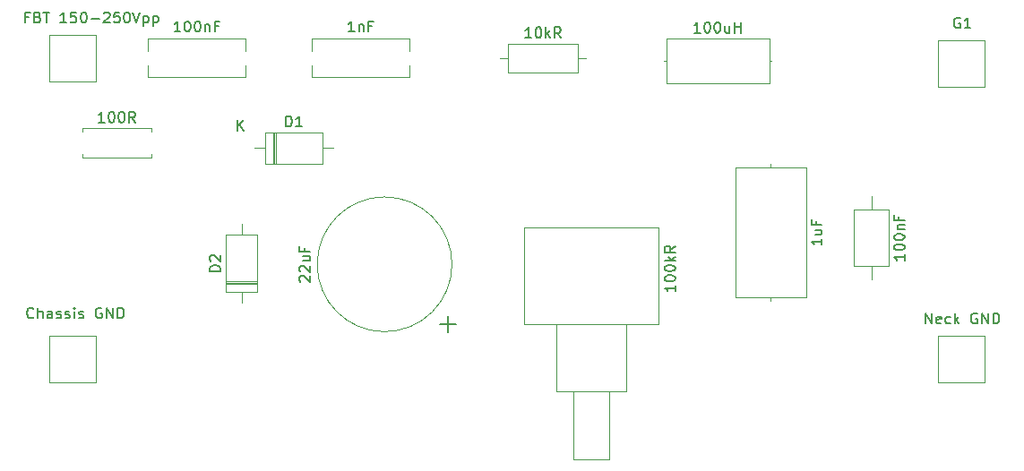
<source format=gbr>
%TF.GenerationSoftware,KiCad,Pcbnew,8.0.3*%
%TF.CreationDate,2024-10-19T22:35:31-05:00*%
%TF.ProjectId,G1 RGB Mod Board,47312052-4742-4204-9d6f-6420426f6172,rev?*%
%TF.SameCoordinates,Original*%
%TF.FileFunction,Legend,Top*%
%TF.FilePolarity,Positive*%
%FSLAX46Y46*%
G04 Gerber Fmt 4.6, Leading zero omitted, Abs format (unit mm)*
G04 Created by KiCad (PCBNEW 8.0.3) date 2024-10-19 22:35:31*
%MOMM*%
%LPD*%
G01*
G04 APERTURE LIST*
%ADD10C,0.150000*%
%ADD11C,0.120000*%
G04 APERTURE END LIST*
D10*
X52479533Y-42925904D02*
X52479533Y-41402095D01*
X53241438Y-42163999D02*
X51717628Y-42163999D01*
X37181905Y-23484819D02*
X37181905Y-22484819D01*
X37181905Y-22484819D02*
X37420000Y-22484819D01*
X37420000Y-22484819D02*
X37562857Y-22532438D01*
X37562857Y-22532438D02*
X37658095Y-22627676D01*
X37658095Y-22627676D02*
X37705714Y-22722914D01*
X37705714Y-22722914D02*
X37753333Y-22913390D01*
X37753333Y-22913390D02*
X37753333Y-23056247D01*
X37753333Y-23056247D02*
X37705714Y-23246723D01*
X37705714Y-23246723D02*
X37658095Y-23341961D01*
X37658095Y-23341961D02*
X37562857Y-23437200D01*
X37562857Y-23437200D02*
X37420000Y-23484819D01*
X37420000Y-23484819D02*
X37181905Y-23484819D01*
X38705714Y-23484819D02*
X38134286Y-23484819D01*
X38420000Y-23484819D02*
X38420000Y-22484819D01*
X38420000Y-22484819D02*
X38324762Y-22627676D01*
X38324762Y-22627676D02*
X38229524Y-22722914D01*
X38229524Y-22722914D02*
X38134286Y-22770533D01*
X32578095Y-23854819D02*
X32578095Y-22854819D01*
X33149523Y-23854819D02*
X32720952Y-23283390D01*
X33149523Y-22854819D02*
X32578095Y-23426247D01*
X30984819Y-37158094D02*
X29984819Y-37158094D01*
X29984819Y-37158094D02*
X29984819Y-36919999D01*
X29984819Y-36919999D02*
X30032438Y-36777142D01*
X30032438Y-36777142D02*
X30127676Y-36681904D01*
X30127676Y-36681904D02*
X30222914Y-36634285D01*
X30222914Y-36634285D02*
X30413390Y-36586666D01*
X30413390Y-36586666D02*
X30556247Y-36586666D01*
X30556247Y-36586666D02*
X30746723Y-36634285D01*
X30746723Y-36634285D02*
X30841961Y-36681904D01*
X30841961Y-36681904D02*
X30937200Y-36777142D01*
X30937200Y-36777142D02*
X30984819Y-36919999D01*
X30984819Y-36919999D02*
X30984819Y-37158094D01*
X30080057Y-36205713D02*
X30032438Y-36158094D01*
X30032438Y-36158094D02*
X29984819Y-36062856D01*
X29984819Y-36062856D02*
X29984819Y-35824761D01*
X29984819Y-35824761D02*
X30032438Y-35729523D01*
X30032438Y-35729523D02*
X30080057Y-35681904D01*
X30080057Y-35681904D02*
X30175295Y-35634285D01*
X30175295Y-35634285D02*
X30270533Y-35634285D01*
X30270533Y-35634285D02*
X30413390Y-35681904D01*
X30413390Y-35681904D02*
X30984819Y-36253332D01*
X30984819Y-36253332D02*
X30984819Y-35634285D01*
X97639619Y-42110819D02*
X97639619Y-41110819D01*
X97639619Y-41110819D02*
X98211047Y-42110819D01*
X98211047Y-42110819D02*
X98211047Y-41110819D01*
X99068190Y-42063200D02*
X98972952Y-42110819D01*
X98972952Y-42110819D02*
X98782476Y-42110819D01*
X98782476Y-42110819D02*
X98687238Y-42063200D01*
X98687238Y-42063200D02*
X98639619Y-41967961D01*
X98639619Y-41967961D02*
X98639619Y-41587009D01*
X98639619Y-41587009D02*
X98687238Y-41491771D01*
X98687238Y-41491771D02*
X98782476Y-41444152D01*
X98782476Y-41444152D02*
X98972952Y-41444152D01*
X98972952Y-41444152D02*
X99068190Y-41491771D01*
X99068190Y-41491771D02*
X99115809Y-41587009D01*
X99115809Y-41587009D02*
X99115809Y-41682247D01*
X99115809Y-41682247D02*
X98639619Y-41777485D01*
X99972952Y-42063200D02*
X99877714Y-42110819D01*
X99877714Y-42110819D02*
X99687238Y-42110819D01*
X99687238Y-42110819D02*
X99592000Y-42063200D01*
X99592000Y-42063200D02*
X99544381Y-42015580D01*
X99544381Y-42015580D02*
X99496762Y-41920342D01*
X99496762Y-41920342D02*
X99496762Y-41634628D01*
X99496762Y-41634628D02*
X99544381Y-41539390D01*
X99544381Y-41539390D02*
X99592000Y-41491771D01*
X99592000Y-41491771D02*
X99687238Y-41444152D01*
X99687238Y-41444152D02*
X99877714Y-41444152D01*
X99877714Y-41444152D02*
X99972952Y-41491771D01*
X100401524Y-42110819D02*
X100401524Y-41110819D01*
X100496762Y-41729866D02*
X100782476Y-42110819D01*
X100782476Y-41444152D02*
X100401524Y-41825104D01*
X102496762Y-41158438D02*
X102401524Y-41110819D01*
X102401524Y-41110819D02*
X102258667Y-41110819D01*
X102258667Y-41110819D02*
X102115810Y-41158438D01*
X102115810Y-41158438D02*
X102020572Y-41253676D01*
X102020572Y-41253676D02*
X101972953Y-41348914D01*
X101972953Y-41348914D02*
X101925334Y-41539390D01*
X101925334Y-41539390D02*
X101925334Y-41682247D01*
X101925334Y-41682247D02*
X101972953Y-41872723D01*
X101972953Y-41872723D02*
X102020572Y-41967961D01*
X102020572Y-41967961D02*
X102115810Y-42063200D01*
X102115810Y-42063200D02*
X102258667Y-42110819D01*
X102258667Y-42110819D02*
X102353905Y-42110819D01*
X102353905Y-42110819D02*
X102496762Y-42063200D01*
X102496762Y-42063200D02*
X102544381Y-42015580D01*
X102544381Y-42015580D02*
X102544381Y-41682247D01*
X102544381Y-41682247D02*
X102353905Y-41682247D01*
X102972953Y-42110819D02*
X102972953Y-41110819D01*
X102972953Y-41110819D02*
X103544381Y-42110819D01*
X103544381Y-42110819D02*
X103544381Y-41110819D01*
X104020572Y-42110819D02*
X104020572Y-41110819D01*
X104020572Y-41110819D02*
X104258667Y-41110819D01*
X104258667Y-41110819D02*
X104401524Y-41158438D01*
X104401524Y-41158438D02*
X104496762Y-41253676D01*
X104496762Y-41253676D02*
X104544381Y-41348914D01*
X104544381Y-41348914D02*
X104592000Y-41539390D01*
X104592000Y-41539390D02*
X104592000Y-41682247D01*
X104592000Y-41682247D02*
X104544381Y-41872723D01*
X104544381Y-41872723D02*
X104496762Y-41967961D01*
X104496762Y-41967961D02*
X104401524Y-42063200D01*
X104401524Y-42063200D02*
X104258667Y-42110819D01*
X104258667Y-42110819D02*
X104020572Y-42110819D01*
X100877714Y-13218438D02*
X100782476Y-13170819D01*
X100782476Y-13170819D02*
X100639619Y-13170819D01*
X100639619Y-13170819D02*
X100496762Y-13218438D01*
X100496762Y-13218438D02*
X100401524Y-13313676D01*
X100401524Y-13313676D02*
X100353905Y-13408914D01*
X100353905Y-13408914D02*
X100306286Y-13599390D01*
X100306286Y-13599390D02*
X100306286Y-13742247D01*
X100306286Y-13742247D02*
X100353905Y-13932723D01*
X100353905Y-13932723D02*
X100401524Y-14027961D01*
X100401524Y-14027961D02*
X100496762Y-14123200D01*
X100496762Y-14123200D02*
X100639619Y-14170819D01*
X100639619Y-14170819D02*
X100734857Y-14170819D01*
X100734857Y-14170819D02*
X100877714Y-14123200D01*
X100877714Y-14123200D02*
X100925333Y-14075580D01*
X100925333Y-14075580D02*
X100925333Y-13742247D01*
X100925333Y-13742247D02*
X100734857Y-13742247D01*
X101877714Y-14170819D02*
X101306286Y-14170819D01*
X101592000Y-14170819D02*
X101592000Y-13170819D01*
X101592000Y-13170819D02*
X101496762Y-13313676D01*
X101496762Y-13313676D02*
X101401524Y-13408914D01*
X101401524Y-13408914D02*
X101306286Y-13456533D01*
X13319618Y-41507580D02*
X13271999Y-41555200D01*
X13271999Y-41555200D02*
X13129142Y-41602819D01*
X13129142Y-41602819D02*
X13033904Y-41602819D01*
X13033904Y-41602819D02*
X12891047Y-41555200D01*
X12891047Y-41555200D02*
X12795809Y-41459961D01*
X12795809Y-41459961D02*
X12748190Y-41364723D01*
X12748190Y-41364723D02*
X12700571Y-41174247D01*
X12700571Y-41174247D02*
X12700571Y-41031390D01*
X12700571Y-41031390D02*
X12748190Y-40840914D01*
X12748190Y-40840914D02*
X12795809Y-40745676D01*
X12795809Y-40745676D02*
X12891047Y-40650438D01*
X12891047Y-40650438D02*
X13033904Y-40602819D01*
X13033904Y-40602819D02*
X13129142Y-40602819D01*
X13129142Y-40602819D02*
X13271999Y-40650438D01*
X13271999Y-40650438D02*
X13319618Y-40698057D01*
X13748190Y-41602819D02*
X13748190Y-40602819D01*
X14176761Y-41602819D02*
X14176761Y-41079009D01*
X14176761Y-41079009D02*
X14129142Y-40983771D01*
X14129142Y-40983771D02*
X14033904Y-40936152D01*
X14033904Y-40936152D02*
X13891047Y-40936152D01*
X13891047Y-40936152D02*
X13795809Y-40983771D01*
X13795809Y-40983771D02*
X13748190Y-41031390D01*
X15081523Y-41602819D02*
X15081523Y-41079009D01*
X15081523Y-41079009D02*
X15033904Y-40983771D01*
X15033904Y-40983771D02*
X14938666Y-40936152D01*
X14938666Y-40936152D02*
X14748190Y-40936152D01*
X14748190Y-40936152D02*
X14652952Y-40983771D01*
X15081523Y-41555200D02*
X14986285Y-41602819D01*
X14986285Y-41602819D02*
X14748190Y-41602819D01*
X14748190Y-41602819D02*
X14652952Y-41555200D01*
X14652952Y-41555200D02*
X14605333Y-41459961D01*
X14605333Y-41459961D02*
X14605333Y-41364723D01*
X14605333Y-41364723D02*
X14652952Y-41269485D01*
X14652952Y-41269485D02*
X14748190Y-41221866D01*
X14748190Y-41221866D02*
X14986285Y-41221866D01*
X14986285Y-41221866D02*
X15081523Y-41174247D01*
X15510095Y-41555200D02*
X15605333Y-41602819D01*
X15605333Y-41602819D02*
X15795809Y-41602819D01*
X15795809Y-41602819D02*
X15891047Y-41555200D01*
X15891047Y-41555200D02*
X15938666Y-41459961D01*
X15938666Y-41459961D02*
X15938666Y-41412342D01*
X15938666Y-41412342D02*
X15891047Y-41317104D01*
X15891047Y-41317104D02*
X15795809Y-41269485D01*
X15795809Y-41269485D02*
X15652952Y-41269485D01*
X15652952Y-41269485D02*
X15557714Y-41221866D01*
X15557714Y-41221866D02*
X15510095Y-41126628D01*
X15510095Y-41126628D02*
X15510095Y-41079009D01*
X15510095Y-41079009D02*
X15557714Y-40983771D01*
X15557714Y-40983771D02*
X15652952Y-40936152D01*
X15652952Y-40936152D02*
X15795809Y-40936152D01*
X15795809Y-40936152D02*
X15891047Y-40983771D01*
X16319619Y-41555200D02*
X16414857Y-41602819D01*
X16414857Y-41602819D02*
X16605333Y-41602819D01*
X16605333Y-41602819D02*
X16700571Y-41555200D01*
X16700571Y-41555200D02*
X16748190Y-41459961D01*
X16748190Y-41459961D02*
X16748190Y-41412342D01*
X16748190Y-41412342D02*
X16700571Y-41317104D01*
X16700571Y-41317104D02*
X16605333Y-41269485D01*
X16605333Y-41269485D02*
X16462476Y-41269485D01*
X16462476Y-41269485D02*
X16367238Y-41221866D01*
X16367238Y-41221866D02*
X16319619Y-41126628D01*
X16319619Y-41126628D02*
X16319619Y-41079009D01*
X16319619Y-41079009D02*
X16367238Y-40983771D01*
X16367238Y-40983771D02*
X16462476Y-40936152D01*
X16462476Y-40936152D02*
X16605333Y-40936152D01*
X16605333Y-40936152D02*
X16700571Y-40983771D01*
X17176762Y-41602819D02*
X17176762Y-40936152D01*
X17176762Y-40602819D02*
X17129143Y-40650438D01*
X17129143Y-40650438D02*
X17176762Y-40698057D01*
X17176762Y-40698057D02*
X17224381Y-40650438D01*
X17224381Y-40650438D02*
X17176762Y-40602819D01*
X17176762Y-40602819D02*
X17176762Y-40698057D01*
X17605333Y-41555200D02*
X17700571Y-41602819D01*
X17700571Y-41602819D02*
X17891047Y-41602819D01*
X17891047Y-41602819D02*
X17986285Y-41555200D01*
X17986285Y-41555200D02*
X18033904Y-41459961D01*
X18033904Y-41459961D02*
X18033904Y-41412342D01*
X18033904Y-41412342D02*
X17986285Y-41317104D01*
X17986285Y-41317104D02*
X17891047Y-41269485D01*
X17891047Y-41269485D02*
X17748190Y-41269485D01*
X17748190Y-41269485D02*
X17652952Y-41221866D01*
X17652952Y-41221866D02*
X17605333Y-41126628D01*
X17605333Y-41126628D02*
X17605333Y-41079009D01*
X17605333Y-41079009D02*
X17652952Y-40983771D01*
X17652952Y-40983771D02*
X17748190Y-40936152D01*
X17748190Y-40936152D02*
X17891047Y-40936152D01*
X17891047Y-40936152D02*
X17986285Y-40983771D01*
X19748190Y-40650438D02*
X19652952Y-40602819D01*
X19652952Y-40602819D02*
X19510095Y-40602819D01*
X19510095Y-40602819D02*
X19367238Y-40650438D01*
X19367238Y-40650438D02*
X19272000Y-40745676D01*
X19272000Y-40745676D02*
X19224381Y-40840914D01*
X19224381Y-40840914D02*
X19176762Y-41031390D01*
X19176762Y-41031390D02*
X19176762Y-41174247D01*
X19176762Y-41174247D02*
X19224381Y-41364723D01*
X19224381Y-41364723D02*
X19272000Y-41459961D01*
X19272000Y-41459961D02*
X19367238Y-41555200D01*
X19367238Y-41555200D02*
X19510095Y-41602819D01*
X19510095Y-41602819D02*
X19605333Y-41602819D01*
X19605333Y-41602819D02*
X19748190Y-41555200D01*
X19748190Y-41555200D02*
X19795809Y-41507580D01*
X19795809Y-41507580D02*
X19795809Y-41174247D01*
X19795809Y-41174247D02*
X19605333Y-41174247D01*
X20224381Y-41602819D02*
X20224381Y-40602819D01*
X20224381Y-40602819D02*
X20795809Y-41602819D01*
X20795809Y-41602819D02*
X20795809Y-40602819D01*
X21272000Y-41602819D02*
X21272000Y-40602819D01*
X21272000Y-40602819D02*
X21510095Y-40602819D01*
X21510095Y-40602819D02*
X21652952Y-40650438D01*
X21652952Y-40650438D02*
X21748190Y-40745676D01*
X21748190Y-40745676D02*
X21795809Y-40840914D01*
X21795809Y-40840914D02*
X21843428Y-41031390D01*
X21843428Y-41031390D02*
X21843428Y-41174247D01*
X21843428Y-41174247D02*
X21795809Y-41364723D01*
X21795809Y-41364723D02*
X21748190Y-41459961D01*
X21748190Y-41459961D02*
X21652952Y-41555200D01*
X21652952Y-41555200D02*
X21510095Y-41602819D01*
X21510095Y-41602819D02*
X21272000Y-41602819D01*
X12867428Y-13139009D02*
X12534095Y-13139009D01*
X12534095Y-13662819D02*
X12534095Y-12662819D01*
X12534095Y-12662819D02*
X13010285Y-12662819D01*
X13724571Y-13139009D02*
X13867428Y-13186628D01*
X13867428Y-13186628D02*
X13915047Y-13234247D01*
X13915047Y-13234247D02*
X13962666Y-13329485D01*
X13962666Y-13329485D02*
X13962666Y-13472342D01*
X13962666Y-13472342D02*
X13915047Y-13567580D01*
X13915047Y-13567580D02*
X13867428Y-13615200D01*
X13867428Y-13615200D02*
X13772190Y-13662819D01*
X13772190Y-13662819D02*
X13391238Y-13662819D01*
X13391238Y-13662819D02*
X13391238Y-12662819D01*
X13391238Y-12662819D02*
X13724571Y-12662819D01*
X13724571Y-12662819D02*
X13819809Y-12710438D01*
X13819809Y-12710438D02*
X13867428Y-12758057D01*
X13867428Y-12758057D02*
X13915047Y-12853295D01*
X13915047Y-12853295D02*
X13915047Y-12948533D01*
X13915047Y-12948533D02*
X13867428Y-13043771D01*
X13867428Y-13043771D02*
X13819809Y-13091390D01*
X13819809Y-13091390D02*
X13724571Y-13139009D01*
X13724571Y-13139009D02*
X13391238Y-13139009D01*
X14248381Y-12662819D02*
X14819809Y-12662819D01*
X14534095Y-13662819D02*
X14534095Y-12662819D01*
X16438857Y-13662819D02*
X15867429Y-13662819D01*
X16153143Y-13662819D02*
X16153143Y-12662819D01*
X16153143Y-12662819D02*
X16057905Y-12805676D01*
X16057905Y-12805676D02*
X15962667Y-12900914D01*
X15962667Y-12900914D02*
X15867429Y-12948533D01*
X17343619Y-12662819D02*
X16867429Y-12662819D01*
X16867429Y-12662819D02*
X16819810Y-13139009D01*
X16819810Y-13139009D02*
X16867429Y-13091390D01*
X16867429Y-13091390D02*
X16962667Y-13043771D01*
X16962667Y-13043771D02*
X17200762Y-13043771D01*
X17200762Y-13043771D02*
X17296000Y-13091390D01*
X17296000Y-13091390D02*
X17343619Y-13139009D01*
X17343619Y-13139009D02*
X17391238Y-13234247D01*
X17391238Y-13234247D02*
X17391238Y-13472342D01*
X17391238Y-13472342D02*
X17343619Y-13567580D01*
X17343619Y-13567580D02*
X17296000Y-13615200D01*
X17296000Y-13615200D02*
X17200762Y-13662819D01*
X17200762Y-13662819D02*
X16962667Y-13662819D01*
X16962667Y-13662819D02*
X16867429Y-13615200D01*
X16867429Y-13615200D02*
X16819810Y-13567580D01*
X18010286Y-12662819D02*
X18105524Y-12662819D01*
X18105524Y-12662819D02*
X18200762Y-12710438D01*
X18200762Y-12710438D02*
X18248381Y-12758057D01*
X18248381Y-12758057D02*
X18296000Y-12853295D01*
X18296000Y-12853295D02*
X18343619Y-13043771D01*
X18343619Y-13043771D02*
X18343619Y-13281866D01*
X18343619Y-13281866D02*
X18296000Y-13472342D01*
X18296000Y-13472342D02*
X18248381Y-13567580D01*
X18248381Y-13567580D02*
X18200762Y-13615200D01*
X18200762Y-13615200D02*
X18105524Y-13662819D01*
X18105524Y-13662819D02*
X18010286Y-13662819D01*
X18010286Y-13662819D02*
X17915048Y-13615200D01*
X17915048Y-13615200D02*
X17867429Y-13567580D01*
X17867429Y-13567580D02*
X17819810Y-13472342D01*
X17819810Y-13472342D02*
X17772191Y-13281866D01*
X17772191Y-13281866D02*
X17772191Y-13043771D01*
X17772191Y-13043771D02*
X17819810Y-12853295D01*
X17819810Y-12853295D02*
X17867429Y-12758057D01*
X17867429Y-12758057D02*
X17915048Y-12710438D01*
X17915048Y-12710438D02*
X18010286Y-12662819D01*
X18772191Y-13281866D02*
X19534096Y-13281866D01*
X19962667Y-12758057D02*
X20010286Y-12710438D01*
X20010286Y-12710438D02*
X20105524Y-12662819D01*
X20105524Y-12662819D02*
X20343619Y-12662819D01*
X20343619Y-12662819D02*
X20438857Y-12710438D01*
X20438857Y-12710438D02*
X20486476Y-12758057D01*
X20486476Y-12758057D02*
X20534095Y-12853295D01*
X20534095Y-12853295D02*
X20534095Y-12948533D01*
X20534095Y-12948533D02*
X20486476Y-13091390D01*
X20486476Y-13091390D02*
X19915048Y-13662819D01*
X19915048Y-13662819D02*
X20534095Y-13662819D01*
X21438857Y-12662819D02*
X20962667Y-12662819D01*
X20962667Y-12662819D02*
X20915048Y-13139009D01*
X20915048Y-13139009D02*
X20962667Y-13091390D01*
X20962667Y-13091390D02*
X21057905Y-13043771D01*
X21057905Y-13043771D02*
X21296000Y-13043771D01*
X21296000Y-13043771D02*
X21391238Y-13091390D01*
X21391238Y-13091390D02*
X21438857Y-13139009D01*
X21438857Y-13139009D02*
X21486476Y-13234247D01*
X21486476Y-13234247D02*
X21486476Y-13472342D01*
X21486476Y-13472342D02*
X21438857Y-13567580D01*
X21438857Y-13567580D02*
X21391238Y-13615200D01*
X21391238Y-13615200D02*
X21296000Y-13662819D01*
X21296000Y-13662819D02*
X21057905Y-13662819D01*
X21057905Y-13662819D02*
X20962667Y-13615200D01*
X20962667Y-13615200D02*
X20915048Y-13567580D01*
X22105524Y-12662819D02*
X22200762Y-12662819D01*
X22200762Y-12662819D02*
X22296000Y-12710438D01*
X22296000Y-12710438D02*
X22343619Y-12758057D01*
X22343619Y-12758057D02*
X22391238Y-12853295D01*
X22391238Y-12853295D02*
X22438857Y-13043771D01*
X22438857Y-13043771D02*
X22438857Y-13281866D01*
X22438857Y-13281866D02*
X22391238Y-13472342D01*
X22391238Y-13472342D02*
X22343619Y-13567580D01*
X22343619Y-13567580D02*
X22296000Y-13615200D01*
X22296000Y-13615200D02*
X22200762Y-13662819D01*
X22200762Y-13662819D02*
X22105524Y-13662819D01*
X22105524Y-13662819D02*
X22010286Y-13615200D01*
X22010286Y-13615200D02*
X21962667Y-13567580D01*
X21962667Y-13567580D02*
X21915048Y-13472342D01*
X21915048Y-13472342D02*
X21867429Y-13281866D01*
X21867429Y-13281866D02*
X21867429Y-13043771D01*
X21867429Y-13043771D02*
X21915048Y-12853295D01*
X21915048Y-12853295D02*
X21962667Y-12758057D01*
X21962667Y-12758057D02*
X22010286Y-12710438D01*
X22010286Y-12710438D02*
X22105524Y-12662819D01*
X22724572Y-12662819D02*
X23057905Y-13662819D01*
X23057905Y-13662819D02*
X23391238Y-12662819D01*
X23724572Y-12996152D02*
X23724572Y-13996152D01*
X23724572Y-13043771D02*
X23819810Y-12996152D01*
X23819810Y-12996152D02*
X24010286Y-12996152D01*
X24010286Y-12996152D02*
X24105524Y-13043771D01*
X24105524Y-13043771D02*
X24153143Y-13091390D01*
X24153143Y-13091390D02*
X24200762Y-13186628D01*
X24200762Y-13186628D02*
X24200762Y-13472342D01*
X24200762Y-13472342D02*
X24153143Y-13567580D01*
X24153143Y-13567580D02*
X24105524Y-13615200D01*
X24105524Y-13615200D02*
X24010286Y-13662819D01*
X24010286Y-13662819D02*
X23819810Y-13662819D01*
X23819810Y-13662819D02*
X23724572Y-13615200D01*
X24629334Y-12996152D02*
X24629334Y-13996152D01*
X24629334Y-13043771D02*
X24724572Y-12996152D01*
X24724572Y-12996152D02*
X24915048Y-12996152D01*
X24915048Y-12996152D02*
X25010286Y-13043771D01*
X25010286Y-13043771D02*
X25057905Y-13091390D01*
X25057905Y-13091390D02*
X25105524Y-13186628D01*
X25105524Y-13186628D02*
X25105524Y-13472342D01*
X25105524Y-13472342D02*
X25057905Y-13567580D01*
X25057905Y-13567580D02*
X25010286Y-13615200D01*
X25010286Y-13615200D02*
X24915048Y-13662819D01*
X24915048Y-13662819D02*
X24724572Y-13662819D01*
X24724572Y-13662819D02*
X24629334Y-13615200D01*
X60372761Y-15084819D02*
X59801333Y-15084819D01*
X60087047Y-15084819D02*
X60087047Y-14084819D01*
X60087047Y-14084819D02*
X59991809Y-14227676D01*
X59991809Y-14227676D02*
X59896571Y-14322914D01*
X59896571Y-14322914D02*
X59801333Y-14370533D01*
X60991809Y-14084819D02*
X61087047Y-14084819D01*
X61087047Y-14084819D02*
X61182285Y-14132438D01*
X61182285Y-14132438D02*
X61229904Y-14180057D01*
X61229904Y-14180057D02*
X61277523Y-14275295D01*
X61277523Y-14275295D02*
X61325142Y-14465771D01*
X61325142Y-14465771D02*
X61325142Y-14703866D01*
X61325142Y-14703866D02*
X61277523Y-14894342D01*
X61277523Y-14894342D02*
X61229904Y-14989580D01*
X61229904Y-14989580D02*
X61182285Y-15037200D01*
X61182285Y-15037200D02*
X61087047Y-15084819D01*
X61087047Y-15084819D02*
X60991809Y-15084819D01*
X60991809Y-15084819D02*
X60896571Y-15037200D01*
X60896571Y-15037200D02*
X60848952Y-14989580D01*
X60848952Y-14989580D02*
X60801333Y-14894342D01*
X60801333Y-14894342D02*
X60753714Y-14703866D01*
X60753714Y-14703866D02*
X60753714Y-14465771D01*
X60753714Y-14465771D02*
X60801333Y-14275295D01*
X60801333Y-14275295D02*
X60848952Y-14180057D01*
X60848952Y-14180057D02*
X60896571Y-14132438D01*
X60896571Y-14132438D02*
X60991809Y-14084819D01*
X61753714Y-15084819D02*
X61753714Y-14084819D01*
X61848952Y-14703866D02*
X62134666Y-15084819D01*
X62134666Y-14418152D02*
X61753714Y-14799104D01*
X63134666Y-15084819D02*
X62801333Y-14608628D01*
X62563238Y-15084819D02*
X62563238Y-14084819D01*
X62563238Y-14084819D02*
X62944190Y-14084819D01*
X62944190Y-14084819D02*
X63039428Y-14132438D01*
X63039428Y-14132438D02*
X63087047Y-14180057D01*
X63087047Y-14180057D02*
X63134666Y-14275295D01*
X63134666Y-14275295D02*
X63134666Y-14418152D01*
X63134666Y-14418152D02*
X63087047Y-14513390D01*
X63087047Y-14513390D02*
X63039428Y-14561009D01*
X63039428Y-14561009D02*
X62944190Y-14608628D01*
X62944190Y-14608628D02*
X62563238Y-14608628D01*
X20023333Y-23084819D02*
X19451905Y-23084819D01*
X19737619Y-23084819D02*
X19737619Y-22084819D01*
X19737619Y-22084819D02*
X19642381Y-22227676D01*
X19642381Y-22227676D02*
X19547143Y-22322914D01*
X19547143Y-22322914D02*
X19451905Y-22370533D01*
X20642381Y-22084819D02*
X20737619Y-22084819D01*
X20737619Y-22084819D02*
X20832857Y-22132438D01*
X20832857Y-22132438D02*
X20880476Y-22180057D01*
X20880476Y-22180057D02*
X20928095Y-22275295D01*
X20928095Y-22275295D02*
X20975714Y-22465771D01*
X20975714Y-22465771D02*
X20975714Y-22703866D01*
X20975714Y-22703866D02*
X20928095Y-22894342D01*
X20928095Y-22894342D02*
X20880476Y-22989580D01*
X20880476Y-22989580D02*
X20832857Y-23037200D01*
X20832857Y-23037200D02*
X20737619Y-23084819D01*
X20737619Y-23084819D02*
X20642381Y-23084819D01*
X20642381Y-23084819D02*
X20547143Y-23037200D01*
X20547143Y-23037200D02*
X20499524Y-22989580D01*
X20499524Y-22989580D02*
X20451905Y-22894342D01*
X20451905Y-22894342D02*
X20404286Y-22703866D01*
X20404286Y-22703866D02*
X20404286Y-22465771D01*
X20404286Y-22465771D02*
X20451905Y-22275295D01*
X20451905Y-22275295D02*
X20499524Y-22180057D01*
X20499524Y-22180057D02*
X20547143Y-22132438D01*
X20547143Y-22132438D02*
X20642381Y-22084819D01*
X21594762Y-22084819D02*
X21690000Y-22084819D01*
X21690000Y-22084819D02*
X21785238Y-22132438D01*
X21785238Y-22132438D02*
X21832857Y-22180057D01*
X21832857Y-22180057D02*
X21880476Y-22275295D01*
X21880476Y-22275295D02*
X21928095Y-22465771D01*
X21928095Y-22465771D02*
X21928095Y-22703866D01*
X21928095Y-22703866D02*
X21880476Y-22894342D01*
X21880476Y-22894342D02*
X21832857Y-22989580D01*
X21832857Y-22989580D02*
X21785238Y-23037200D01*
X21785238Y-23037200D02*
X21690000Y-23084819D01*
X21690000Y-23084819D02*
X21594762Y-23084819D01*
X21594762Y-23084819D02*
X21499524Y-23037200D01*
X21499524Y-23037200D02*
X21451905Y-22989580D01*
X21451905Y-22989580D02*
X21404286Y-22894342D01*
X21404286Y-22894342D02*
X21356667Y-22703866D01*
X21356667Y-22703866D02*
X21356667Y-22465771D01*
X21356667Y-22465771D02*
X21404286Y-22275295D01*
X21404286Y-22275295D02*
X21451905Y-22180057D01*
X21451905Y-22180057D02*
X21499524Y-22132438D01*
X21499524Y-22132438D02*
X21594762Y-22084819D01*
X22928095Y-23084819D02*
X22594762Y-22608628D01*
X22356667Y-23084819D02*
X22356667Y-22084819D01*
X22356667Y-22084819D02*
X22737619Y-22084819D01*
X22737619Y-22084819D02*
X22832857Y-22132438D01*
X22832857Y-22132438D02*
X22880476Y-22180057D01*
X22880476Y-22180057D02*
X22928095Y-22275295D01*
X22928095Y-22275295D02*
X22928095Y-22418152D01*
X22928095Y-22418152D02*
X22880476Y-22513390D01*
X22880476Y-22513390D02*
X22832857Y-22561009D01*
X22832857Y-22561009D02*
X22737619Y-22608628D01*
X22737619Y-22608628D02*
X22356667Y-22608628D01*
X76335142Y-14606819D02*
X75763714Y-14606819D01*
X76049428Y-14606819D02*
X76049428Y-13606819D01*
X76049428Y-13606819D02*
X75954190Y-13749676D01*
X75954190Y-13749676D02*
X75858952Y-13844914D01*
X75858952Y-13844914D02*
X75763714Y-13892533D01*
X76954190Y-13606819D02*
X77049428Y-13606819D01*
X77049428Y-13606819D02*
X77144666Y-13654438D01*
X77144666Y-13654438D02*
X77192285Y-13702057D01*
X77192285Y-13702057D02*
X77239904Y-13797295D01*
X77239904Y-13797295D02*
X77287523Y-13987771D01*
X77287523Y-13987771D02*
X77287523Y-14225866D01*
X77287523Y-14225866D02*
X77239904Y-14416342D01*
X77239904Y-14416342D02*
X77192285Y-14511580D01*
X77192285Y-14511580D02*
X77144666Y-14559200D01*
X77144666Y-14559200D02*
X77049428Y-14606819D01*
X77049428Y-14606819D02*
X76954190Y-14606819D01*
X76954190Y-14606819D02*
X76858952Y-14559200D01*
X76858952Y-14559200D02*
X76811333Y-14511580D01*
X76811333Y-14511580D02*
X76763714Y-14416342D01*
X76763714Y-14416342D02*
X76716095Y-14225866D01*
X76716095Y-14225866D02*
X76716095Y-13987771D01*
X76716095Y-13987771D02*
X76763714Y-13797295D01*
X76763714Y-13797295D02*
X76811333Y-13702057D01*
X76811333Y-13702057D02*
X76858952Y-13654438D01*
X76858952Y-13654438D02*
X76954190Y-13606819D01*
X77906571Y-13606819D02*
X78001809Y-13606819D01*
X78001809Y-13606819D02*
X78097047Y-13654438D01*
X78097047Y-13654438D02*
X78144666Y-13702057D01*
X78144666Y-13702057D02*
X78192285Y-13797295D01*
X78192285Y-13797295D02*
X78239904Y-13987771D01*
X78239904Y-13987771D02*
X78239904Y-14225866D01*
X78239904Y-14225866D02*
X78192285Y-14416342D01*
X78192285Y-14416342D02*
X78144666Y-14511580D01*
X78144666Y-14511580D02*
X78097047Y-14559200D01*
X78097047Y-14559200D02*
X78001809Y-14606819D01*
X78001809Y-14606819D02*
X77906571Y-14606819D01*
X77906571Y-14606819D02*
X77811333Y-14559200D01*
X77811333Y-14559200D02*
X77763714Y-14511580D01*
X77763714Y-14511580D02*
X77716095Y-14416342D01*
X77716095Y-14416342D02*
X77668476Y-14225866D01*
X77668476Y-14225866D02*
X77668476Y-13987771D01*
X77668476Y-13987771D02*
X77716095Y-13797295D01*
X77716095Y-13797295D02*
X77763714Y-13702057D01*
X77763714Y-13702057D02*
X77811333Y-13654438D01*
X77811333Y-13654438D02*
X77906571Y-13606819D01*
X79097047Y-13940152D02*
X79097047Y-14606819D01*
X78668476Y-13940152D02*
X78668476Y-14463961D01*
X78668476Y-14463961D02*
X78716095Y-14559200D01*
X78716095Y-14559200D02*
X78811333Y-14606819D01*
X78811333Y-14606819D02*
X78954190Y-14606819D01*
X78954190Y-14606819D02*
X79049428Y-14559200D01*
X79049428Y-14559200D02*
X79097047Y-14511580D01*
X79573238Y-14606819D02*
X79573238Y-13606819D01*
X79573238Y-14083009D02*
X80144666Y-14083009D01*
X80144666Y-14606819D02*
X80144666Y-13606819D01*
X43654761Y-14504819D02*
X43083333Y-14504819D01*
X43369047Y-14504819D02*
X43369047Y-13504819D01*
X43369047Y-13504819D02*
X43273809Y-13647676D01*
X43273809Y-13647676D02*
X43178571Y-13742914D01*
X43178571Y-13742914D02*
X43083333Y-13790533D01*
X44083333Y-13838152D02*
X44083333Y-14504819D01*
X44083333Y-13933390D02*
X44130952Y-13885771D01*
X44130952Y-13885771D02*
X44226190Y-13838152D01*
X44226190Y-13838152D02*
X44369047Y-13838152D01*
X44369047Y-13838152D02*
X44464285Y-13885771D01*
X44464285Y-13885771D02*
X44511904Y-13981009D01*
X44511904Y-13981009D02*
X44511904Y-14504819D01*
X45321428Y-13981009D02*
X44988095Y-13981009D01*
X44988095Y-14504819D02*
X44988095Y-13504819D01*
X44988095Y-13504819D02*
X45464285Y-13504819D01*
X27202380Y-14504819D02*
X26630952Y-14504819D01*
X26916666Y-14504819D02*
X26916666Y-13504819D01*
X26916666Y-13504819D02*
X26821428Y-13647676D01*
X26821428Y-13647676D02*
X26726190Y-13742914D01*
X26726190Y-13742914D02*
X26630952Y-13790533D01*
X27821428Y-13504819D02*
X27916666Y-13504819D01*
X27916666Y-13504819D02*
X28011904Y-13552438D01*
X28011904Y-13552438D02*
X28059523Y-13600057D01*
X28059523Y-13600057D02*
X28107142Y-13695295D01*
X28107142Y-13695295D02*
X28154761Y-13885771D01*
X28154761Y-13885771D02*
X28154761Y-14123866D01*
X28154761Y-14123866D02*
X28107142Y-14314342D01*
X28107142Y-14314342D02*
X28059523Y-14409580D01*
X28059523Y-14409580D02*
X28011904Y-14457200D01*
X28011904Y-14457200D02*
X27916666Y-14504819D01*
X27916666Y-14504819D02*
X27821428Y-14504819D01*
X27821428Y-14504819D02*
X27726190Y-14457200D01*
X27726190Y-14457200D02*
X27678571Y-14409580D01*
X27678571Y-14409580D02*
X27630952Y-14314342D01*
X27630952Y-14314342D02*
X27583333Y-14123866D01*
X27583333Y-14123866D02*
X27583333Y-13885771D01*
X27583333Y-13885771D02*
X27630952Y-13695295D01*
X27630952Y-13695295D02*
X27678571Y-13600057D01*
X27678571Y-13600057D02*
X27726190Y-13552438D01*
X27726190Y-13552438D02*
X27821428Y-13504819D01*
X28773809Y-13504819D02*
X28869047Y-13504819D01*
X28869047Y-13504819D02*
X28964285Y-13552438D01*
X28964285Y-13552438D02*
X29011904Y-13600057D01*
X29011904Y-13600057D02*
X29059523Y-13695295D01*
X29059523Y-13695295D02*
X29107142Y-13885771D01*
X29107142Y-13885771D02*
X29107142Y-14123866D01*
X29107142Y-14123866D02*
X29059523Y-14314342D01*
X29059523Y-14314342D02*
X29011904Y-14409580D01*
X29011904Y-14409580D02*
X28964285Y-14457200D01*
X28964285Y-14457200D02*
X28869047Y-14504819D01*
X28869047Y-14504819D02*
X28773809Y-14504819D01*
X28773809Y-14504819D02*
X28678571Y-14457200D01*
X28678571Y-14457200D02*
X28630952Y-14409580D01*
X28630952Y-14409580D02*
X28583333Y-14314342D01*
X28583333Y-14314342D02*
X28535714Y-14123866D01*
X28535714Y-14123866D02*
X28535714Y-13885771D01*
X28535714Y-13885771D02*
X28583333Y-13695295D01*
X28583333Y-13695295D02*
X28630952Y-13600057D01*
X28630952Y-13600057D02*
X28678571Y-13552438D01*
X28678571Y-13552438D02*
X28773809Y-13504819D01*
X29535714Y-13838152D02*
X29535714Y-14504819D01*
X29535714Y-13933390D02*
X29583333Y-13885771D01*
X29583333Y-13885771D02*
X29678571Y-13838152D01*
X29678571Y-13838152D02*
X29821428Y-13838152D01*
X29821428Y-13838152D02*
X29916666Y-13885771D01*
X29916666Y-13885771D02*
X29964285Y-13981009D01*
X29964285Y-13981009D02*
X29964285Y-14504819D01*
X30773809Y-13981009D02*
X30440476Y-13981009D01*
X30440476Y-14504819D02*
X30440476Y-13504819D01*
X30440476Y-13504819D02*
X30916666Y-13504819D01*
X95624819Y-35547619D02*
X95624819Y-36119047D01*
X95624819Y-35833333D02*
X94624819Y-35833333D01*
X94624819Y-35833333D02*
X94767676Y-35928571D01*
X94767676Y-35928571D02*
X94862914Y-36023809D01*
X94862914Y-36023809D02*
X94910533Y-36119047D01*
X94624819Y-34928571D02*
X94624819Y-34833333D01*
X94624819Y-34833333D02*
X94672438Y-34738095D01*
X94672438Y-34738095D02*
X94720057Y-34690476D01*
X94720057Y-34690476D02*
X94815295Y-34642857D01*
X94815295Y-34642857D02*
X95005771Y-34595238D01*
X95005771Y-34595238D02*
X95243866Y-34595238D01*
X95243866Y-34595238D02*
X95434342Y-34642857D01*
X95434342Y-34642857D02*
X95529580Y-34690476D01*
X95529580Y-34690476D02*
X95577200Y-34738095D01*
X95577200Y-34738095D02*
X95624819Y-34833333D01*
X95624819Y-34833333D02*
X95624819Y-34928571D01*
X95624819Y-34928571D02*
X95577200Y-35023809D01*
X95577200Y-35023809D02*
X95529580Y-35071428D01*
X95529580Y-35071428D02*
X95434342Y-35119047D01*
X95434342Y-35119047D02*
X95243866Y-35166666D01*
X95243866Y-35166666D02*
X95005771Y-35166666D01*
X95005771Y-35166666D02*
X94815295Y-35119047D01*
X94815295Y-35119047D02*
X94720057Y-35071428D01*
X94720057Y-35071428D02*
X94672438Y-35023809D01*
X94672438Y-35023809D02*
X94624819Y-34928571D01*
X94624819Y-33976190D02*
X94624819Y-33880952D01*
X94624819Y-33880952D02*
X94672438Y-33785714D01*
X94672438Y-33785714D02*
X94720057Y-33738095D01*
X94720057Y-33738095D02*
X94815295Y-33690476D01*
X94815295Y-33690476D02*
X95005771Y-33642857D01*
X95005771Y-33642857D02*
X95243866Y-33642857D01*
X95243866Y-33642857D02*
X95434342Y-33690476D01*
X95434342Y-33690476D02*
X95529580Y-33738095D01*
X95529580Y-33738095D02*
X95577200Y-33785714D01*
X95577200Y-33785714D02*
X95624819Y-33880952D01*
X95624819Y-33880952D02*
X95624819Y-33976190D01*
X95624819Y-33976190D02*
X95577200Y-34071428D01*
X95577200Y-34071428D02*
X95529580Y-34119047D01*
X95529580Y-34119047D02*
X95434342Y-34166666D01*
X95434342Y-34166666D02*
X95243866Y-34214285D01*
X95243866Y-34214285D02*
X95005771Y-34214285D01*
X95005771Y-34214285D02*
X94815295Y-34166666D01*
X94815295Y-34166666D02*
X94720057Y-34119047D01*
X94720057Y-34119047D02*
X94672438Y-34071428D01*
X94672438Y-34071428D02*
X94624819Y-33976190D01*
X94958152Y-33214285D02*
X95624819Y-33214285D01*
X95053390Y-33214285D02*
X95005771Y-33166666D01*
X95005771Y-33166666D02*
X94958152Y-33071428D01*
X94958152Y-33071428D02*
X94958152Y-32928571D01*
X94958152Y-32928571D02*
X95005771Y-32833333D01*
X95005771Y-32833333D02*
X95101009Y-32785714D01*
X95101009Y-32785714D02*
X95624819Y-32785714D01*
X95101009Y-31976190D02*
X95101009Y-32309523D01*
X95624819Y-32309523D02*
X94624819Y-32309523D01*
X94624819Y-32309523D02*
X94624819Y-31833333D01*
X87824819Y-34095238D02*
X87824819Y-34666666D01*
X87824819Y-34380952D02*
X86824819Y-34380952D01*
X86824819Y-34380952D02*
X86967676Y-34476190D01*
X86967676Y-34476190D02*
X87062914Y-34571428D01*
X87062914Y-34571428D02*
X87110533Y-34666666D01*
X87158152Y-33238095D02*
X87824819Y-33238095D01*
X87158152Y-33666666D02*
X87681961Y-33666666D01*
X87681961Y-33666666D02*
X87777200Y-33619047D01*
X87777200Y-33619047D02*
X87824819Y-33523809D01*
X87824819Y-33523809D02*
X87824819Y-33380952D01*
X87824819Y-33380952D02*
X87777200Y-33285714D01*
X87777200Y-33285714D02*
X87729580Y-33238095D01*
X87301009Y-32428571D02*
X87301009Y-32761904D01*
X87824819Y-32761904D02*
X86824819Y-32761904D01*
X86824819Y-32761904D02*
X86824819Y-32285714D01*
X38550057Y-38142856D02*
X38502438Y-38095237D01*
X38502438Y-38095237D02*
X38454819Y-37999999D01*
X38454819Y-37999999D02*
X38454819Y-37761904D01*
X38454819Y-37761904D02*
X38502438Y-37666666D01*
X38502438Y-37666666D02*
X38550057Y-37619047D01*
X38550057Y-37619047D02*
X38645295Y-37571428D01*
X38645295Y-37571428D02*
X38740533Y-37571428D01*
X38740533Y-37571428D02*
X38883390Y-37619047D01*
X38883390Y-37619047D02*
X39454819Y-38190475D01*
X39454819Y-38190475D02*
X39454819Y-37571428D01*
X38550057Y-37190475D02*
X38502438Y-37142856D01*
X38502438Y-37142856D02*
X38454819Y-37047618D01*
X38454819Y-37047618D02*
X38454819Y-36809523D01*
X38454819Y-36809523D02*
X38502438Y-36714285D01*
X38502438Y-36714285D02*
X38550057Y-36666666D01*
X38550057Y-36666666D02*
X38645295Y-36619047D01*
X38645295Y-36619047D02*
X38740533Y-36619047D01*
X38740533Y-36619047D02*
X38883390Y-36666666D01*
X38883390Y-36666666D02*
X39454819Y-37238094D01*
X39454819Y-37238094D02*
X39454819Y-36619047D01*
X38788152Y-35761904D02*
X39454819Y-35761904D01*
X38788152Y-36190475D02*
X39311961Y-36190475D01*
X39311961Y-36190475D02*
X39407200Y-36142856D01*
X39407200Y-36142856D02*
X39454819Y-36047618D01*
X39454819Y-36047618D02*
X39454819Y-35904761D01*
X39454819Y-35904761D02*
X39407200Y-35809523D01*
X39407200Y-35809523D02*
X39359580Y-35761904D01*
X38931009Y-34952380D02*
X38931009Y-35285713D01*
X39454819Y-35285713D02*
X38454819Y-35285713D01*
X38454819Y-35285713D02*
X38454819Y-34809523D01*
X73969819Y-38496428D02*
X73969819Y-39067856D01*
X73969819Y-38782142D02*
X72969819Y-38782142D01*
X72969819Y-38782142D02*
X73112676Y-38877380D01*
X73112676Y-38877380D02*
X73207914Y-38972618D01*
X73207914Y-38972618D02*
X73255533Y-39067856D01*
X72969819Y-37877380D02*
X72969819Y-37782142D01*
X72969819Y-37782142D02*
X73017438Y-37686904D01*
X73017438Y-37686904D02*
X73065057Y-37639285D01*
X73065057Y-37639285D02*
X73160295Y-37591666D01*
X73160295Y-37591666D02*
X73350771Y-37544047D01*
X73350771Y-37544047D02*
X73588866Y-37544047D01*
X73588866Y-37544047D02*
X73779342Y-37591666D01*
X73779342Y-37591666D02*
X73874580Y-37639285D01*
X73874580Y-37639285D02*
X73922200Y-37686904D01*
X73922200Y-37686904D02*
X73969819Y-37782142D01*
X73969819Y-37782142D02*
X73969819Y-37877380D01*
X73969819Y-37877380D02*
X73922200Y-37972618D01*
X73922200Y-37972618D02*
X73874580Y-38020237D01*
X73874580Y-38020237D02*
X73779342Y-38067856D01*
X73779342Y-38067856D02*
X73588866Y-38115475D01*
X73588866Y-38115475D02*
X73350771Y-38115475D01*
X73350771Y-38115475D02*
X73160295Y-38067856D01*
X73160295Y-38067856D02*
X73065057Y-38020237D01*
X73065057Y-38020237D02*
X73017438Y-37972618D01*
X73017438Y-37972618D02*
X72969819Y-37877380D01*
X72969819Y-36924999D02*
X72969819Y-36829761D01*
X72969819Y-36829761D02*
X73017438Y-36734523D01*
X73017438Y-36734523D02*
X73065057Y-36686904D01*
X73065057Y-36686904D02*
X73160295Y-36639285D01*
X73160295Y-36639285D02*
X73350771Y-36591666D01*
X73350771Y-36591666D02*
X73588866Y-36591666D01*
X73588866Y-36591666D02*
X73779342Y-36639285D01*
X73779342Y-36639285D02*
X73874580Y-36686904D01*
X73874580Y-36686904D02*
X73922200Y-36734523D01*
X73922200Y-36734523D02*
X73969819Y-36829761D01*
X73969819Y-36829761D02*
X73969819Y-36924999D01*
X73969819Y-36924999D02*
X73922200Y-37020237D01*
X73922200Y-37020237D02*
X73874580Y-37067856D01*
X73874580Y-37067856D02*
X73779342Y-37115475D01*
X73779342Y-37115475D02*
X73588866Y-37163094D01*
X73588866Y-37163094D02*
X73350771Y-37163094D01*
X73350771Y-37163094D02*
X73160295Y-37115475D01*
X73160295Y-37115475D02*
X73065057Y-37067856D01*
X73065057Y-37067856D02*
X73017438Y-37020237D01*
X73017438Y-37020237D02*
X72969819Y-36924999D01*
X73969819Y-36163094D02*
X72969819Y-36163094D01*
X73588866Y-36067856D02*
X73969819Y-35782142D01*
X73303152Y-35782142D02*
X73684104Y-36163094D01*
X73969819Y-34782142D02*
X73493628Y-35115475D01*
X73969819Y-35353570D02*
X72969819Y-35353570D01*
X72969819Y-35353570D02*
X72969819Y-34972618D01*
X72969819Y-34972618D02*
X73017438Y-34877380D01*
X73017438Y-34877380D02*
X73065057Y-34829761D01*
X73065057Y-34829761D02*
X73160295Y-34782142D01*
X73160295Y-34782142D02*
X73303152Y-34782142D01*
X73303152Y-34782142D02*
X73398390Y-34829761D01*
X73398390Y-34829761D02*
X73446009Y-34877380D01*
X73446009Y-34877380D02*
X73493628Y-34972618D01*
X73493628Y-34972618D02*
X73493628Y-35353570D01*
D11*
%TO.C,D1*%
X34180000Y-25500000D02*
X35200000Y-25500000D01*
X35200000Y-24030000D02*
X35200000Y-26970000D01*
X35200000Y-26970000D02*
X40640000Y-26970000D01*
X35980000Y-24030000D02*
X35980000Y-26970000D01*
X36100000Y-24030000D02*
X36100000Y-26970000D01*
X36220000Y-24030000D02*
X36220000Y-26970000D01*
X40640000Y-24030000D02*
X35200000Y-24030000D01*
X40640000Y-26970000D02*
X40640000Y-24030000D01*
X41660000Y-25500000D02*
X40640000Y-25500000D01*
%TO.C,D2*%
X33000000Y-40160000D02*
X33000000Y-39140000D01*
X31530000Y-39140000D02*
X34470000Y-39140000D01*
X34470000Y-39140000D02*
X34470000Y-33700000D01*
X31530000Y-38360000D02*
X34470000Y-38360000D01*
X31530000Y-38240000D02*
X34470000Y-38240000D01*
X31530000Y-38120000D02*
X34470000Y-38120000D01*
X31530000Y-33700000D02*
X31530000Y-39140000D01*
X34470000Y-33700000D02*
X31530000Y-33700000D01*
X33000000Y-32680000D02*
X33000000Y-33700000D01*
%TO.C,Neck GND*%
X98800000Y-43300000D02*
X103200000Y-43300000D01*
X98800000Y-47700000D02*
X98800000Y-43300000D01*
X103200000Y-43300000D02*
X103200000Y-47700000D01*
X103200000Y-47700000D02*
X98800000Y-47700000D01*
%TO.C,G1*%
X98800000Y-15300000D02*
X103200000Y-15300000D01*
X98800000Y-19700000D02*
X98800000Y-15300000D01*
X103200000Y-15300000D02*
X103200000Y-19700000D01*
X103200000Y-19700000D02*
X98800000Y-19700000D01*
%TO.C,Chassis GND*%
X14800000Y-43300000D02*
X19200000Y-43300000D01*
X14800000Y-47700000D02*
X14800000Y-43300000D01*
X19200000Y-43300000D02*
X19200000Y-47700000D01*
X19200000Y-47700000D02*
X14800000Y-47700000D01*
%TO.C,FBT 150-250Vpp*%
X14800000Y-14800000D02*
X19200000Y-14800000D01*
X14800000Y-19200000D02*
X14800000Y-14800000D01*
X19200000Y-14800000D02*
X19200000Y-19200000D01*
X19200000Y-19200000D02*
X14800000Y-19200000D01*
%TO.C,10kR*%
X57428000Y-17000000D02*
X58198000Y-17000000D01*
X58198000Y-15630000D02*
X58198000Y-18370000D01*
X58198000Y-18370000D02*
X64738000Y-18370000D01*
X64738000Y-15630000D02*
X58198000Y-15630000D01*
X64738000Y-18370000D02*
X64738000Y-15630000D01*
X65508000Y-17000000D02*
X64738000Y-17000000D01*
%TO.C,100R*%
X17920000Y-23630000D02*
X24460000Y-23630000D01*
X17920000Y-23960000D02*
X17920000Y-23630000D01*
X17920000Y-26040000D02*
X17920000Y-26370000D01*
X17920000Y-26370000D02*
X24460000Y-26370000D01*
X24460000Y-23630000D02*
X24460000Y-23960000D01*
X24460000Y-26370000D02*
X24460000Y-26040000D01*
%TO.C,100uH*%
X72868000Y-17272000D02*
X73108000Y-17272000D01*
X73108000Y-15152000D02*
X73108000Y-19392000D01*
X73108000Y-19392000D02*
X82848000Y-19392000D01*
X82848000Y-15152000D02*
X73108000Y-15152000D01*
X82848000Y-19392000D02*
X82848000Y-15152000D01*
X83088000Y-17272000D02*
X82848000Y-17272000D01*
%TO.C,1nF*%
X39630000Y-15180000D02*
X39630000Y-16335000D01*
X39630000Y-15180000D02*
X48870000Y-15180000D01*
X39630000Y-17665000D02*
X39630000Y-18820000D01*
X39630000Y-18820000D02*
X48870000Y-18820000D01*
X48870000Y-15180000D02*
X48870000Y-16335000D01*
X48870000Y-17665000D02*
X48870000Y-18820000D01*
%TO.C,100nF*%
X24130000Y-15180000D02*
X24130000Y-16335000D01*
X24130000Y-15180000D02*
X33370000Y-15180000D01*
X24130000Y-17665000D02*
X24130000Y-18820000D01*
X24130000Y-18820000D02*
X33370000Y-18820000D01*
X33370000Y-15180000D02*
X33370000Y-16335000D01*
X33370000Y-17665000D02*
X33370000Y-18820000D01*
X92500000Y-30040000D02*
X92500000Y-31330000D01*
X94170000Y-31330000D02*
X90830000Y-31330000D01*
X90830000Y-31330000D02*
X90830000Y-36670000D01*
X94170000Y-36670000D02*
X94170000Y-31330000D01*
X90830000Y-36670000D02*
X94170000Y-36670000D01*
X92500000Y-37960000D02*
X92500000Y-36670000D01*
%TO.C,1uF*%
X83000000Y-27040000D02*
X83000000Y-27380000D01*
X86370000Y-27380000D02*
X79630000Y-27380000D01*
X79630000Y-27380000D02*
X79630000Y-39620000D01*
X86370000Y-39620000D02*
X86370000Y-27380000D01*
X79630000Y-39620000D02*
X86370000Y-39620000D01*
X83000000Y-39960000D02*
X83000000Y-39620000D01*
%TO.C,22uF*%
X52870000Y-36500000D02*
G75*
G02*
X40130000Y-36500000I-6370000J0D01*
G01*
X40130000Y-36500000D02*
G75*
G02*
X52870000Y-36500000I6370000J0D01*
G01*
%TO.C,100kR*%
X72385000Y-33055000D02*
X59645000Y-33055000D01*
X72385000Y-33055000D02*
X72385000Y-42125000D01*
X59645000Y-33055000D02*
X59645000Y-42125000D01*
X72385000Y-42125000D02*
X59645000Y-42125000D01*
X69310000Y-42125000D02*
X62720000Y-42125000D01*
X69310000Y-42125000D02*
X69310000Y-48475000D01*
X62720000Y-42125000D02*
X62720000Y-48475000D01*
X69310000Y-48475000D02*
X62720000Y-48475000D01*
X67719000Y-48475000D02*
X64310000Y-48475000D01*
X67719000Y-48475000D02*
X67719000Y-54925000D01*
X64310000Y-48475000D02*
X64310000Y-54925000D01*
X67719000Y-54925000D02*
X64310000Y-54925000D01*
%TD*%
M02*

</source>
